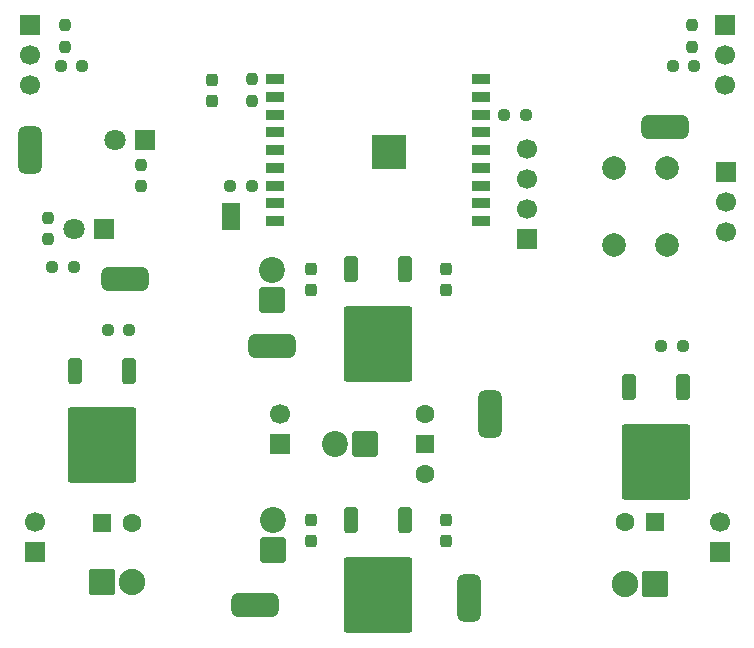
<source format=gbr>
%TF.GenerationSoftware,KiCad,Pcbnew,9.0.4*%
%TF.CreationDate,2025-09-17T16:18:14+09:00*%
%TF.ProjectId,ltr,6c74722e-6b69-4636-9164-5f7063625858,rev?*%
%TF.SameCoordinates,Original*%
%TF.FileFunction,Soldermask,Top*%
%TF.FilePolarity,Negative*%
%FSLAX46Y46*%
G04 Gerber Fmt 4.6, Leading zero omitted, Abs format (unit mm)*
G04 Created by KiCad (PCBNEW 9.0.4) date 2025-09-17 16:18:14*
%MOMM*%
%LPD*%
G01*
G04 APERTURE LIST*
G04 Aperture macros list*
%AMRoundRect*
0 Rectangle with rounded corners*
0 $1 Rounding radius*
0 $2 $3 $4 $5 $6 $7 $8 $9 X,Y pos of 4 corners*
0 Add a 4 corners polygon primitive as box body*
4,1,4,$2,$3,$4,$5,$6,$7,$8,$9,$2,$3,0*
0 Add four circle primitives for the rounded corners*
1,1,$1+$1,$2,$3*
1,1,$1+$1,$4,$5*
1,1,$1+$1,$6,$7*
1,1,$1+$1,$8,$9*
0 Add four rect primitives between the rounded corners*
20,1,$1+$1,$2,$3,$4,$5,0*
20,1,$1+$1,$4,$5,$6,$7,0*
20,1,$1+$1,$6,$7,$8,$9,0*
20,1,$1+$1,$8,$9,$2,$3,0*%
G04 Aperture macros list end*
%ADD10RoundRect,0.500000X-1.500000X0.500000X-1.500000X-0.500000X1.500000X-0.500000X1.500000X0.500000X0*%
%ADD11RoundRect,0.500000X-0.500000X-1.500000X0.500000X-1.500000X0.500000X1.500000X-0.500000X1.500000X0*%
%ADD12RoundRect,0.237500X-0.237500X0.300000X-0.237500X-0.300000X0.237500X-0.300000X0.237500X0.300000X0*%
%ADD13RoundRect,0.249999X0.850001X-0.850001X0.850001X0.850001X-0.850001X0.850001X-0.850001X-0.850001X0*%
%ADD14C,2.200000*%
%ADD15RoundRect,0.237500X-0.237500X0.250000X-0.237500X-0.250000X0.237500X-0.250000X0.237500X0.250000X0*%
%ADD16RoundRect,0.237500X-0.250000X-0.237500X0.250000X-0.237500X0.250000X0.237500X-0.250000X0.237500X0*%
%ADD17R,1.700000X1.700000*%
%ADD18C,1.700000*%
%ADD19R,1.800000X1.800000*%
%ADD20C,1.800000*%
%ADD21RoundRect,0.237500X0.250000X0.237500X-0.250000X0.237500X-0.250000X-0.237500X0.250000X-0.237500X0*%
%ADD22RoundRect,0.250000X-0.350000X0.850000X-0.350000X-0.850000X0.350000X-0.850000X0.350000X0.850000X0*%
%ADD23RoundRect,0.249997X-2.650003X2.950003X-2.650003X-2.950003X2.650003X-2.950003X2.650003X2.950003X0*%
%ADD24R,1.500000X0.900000*%
%ADD25C,0.600000*%
%ADD26R,2.900000X2.900000*%
%ADD27RoundRect,0.237500X0.237500X-0.250000X0.237500X0.250000X-0.237500X0.250000X-0.237500X-0.250000X0*%
%ADD28RoundRect,0.250000X-0.870000X-0.870000X0.870000X-0.870000X0.870000X0.870000X-0.870000X0.870000X0*%
%ADD29C,2.240000*%
%ADD30R,1.500000X1.500000*%
%ADD31C,1.600000*%
%ADD32RoundRect,0.249999X0.850001X0.850001X-0.850001X0.850001X-0.850001X-0.850001X0.850001X-0.850001X0*%
%ADD33RoundRect,0.250000X0.550000X0.550000X-0.550000X0.550000X-0.550000X-0.550000X0.550000X-0.550000X0*%
%ADD34RoundRect,0.250000X0.870000X0.870000X-0.870000X0.870000X-0.870000X-0.870000X0.870000X-0.870000X0*%
%ADD35R,1.500000X1.000000*%
%ADD36RoundRect,0.250000X-0.550000X-0.550000X0.550000X-0.550000X0.550000X0.550000X-0.550000X0.550000X0*%
%ADD37C,2.000000*%
%ADD38RoundRect,0.237500X0.237500X-0.300000X0.237500X0.300000X-0.237500X0.300000X-0.237500X-0.300000X0*%
G04 APERTURE END LIST*
%TO.C,JP1*%
G36*
X18800000Y-19850000D02*
G01*
X20300000Y-19850000D01*
X20300000Y-19550000D01*
X18800000Y-19550000D01*
X18800000Y-19850000D01*
G37*
%TD*%
D10*
%TO.C,J14*%
X56300000Y-12175000D03*
%TD*%
D11*
%TO.C,J13*%
X2525000Y-14125000D03*
%TD*%
D12*
%TO.C,C1*%
X37800000Y-45450000D03*
X37800000Y-47175000D03*
%TD*%
D13*
%TO.C,D7*%
X23100000Y-47990000D03*
D14*
X23100000Y-45450000D03*
%TD*%
D12*
%TO.C,C2*%
X26350000Y-45450000D03*
X26350000Y-47175000D03*
%TD*%
D15*
%TO.C,R7*%
X21350000Y-8100000D03*
X21350000Y-9925000D03*
%TD*%
D16*
%TO.C,R4*%
X56950000Y-6950000D03*
X58775000Y-6950000D03*
%TD*%
D10*
%TO.C,J12*%
X23050000Y-30725000D03*
%TD*%
D17*
%TO.C,J3*%
X3000000Y-48140000D03*
D18*
X3000000Y-45600000D03*
%TD*%
D10*
%TO.C,J10*%
X10550000Y-25050000D03*
%TD*%
D19*
%TO.C,Q3*%
X8770000Y-20755000D03*
D20*
X6230000Y-20755000D03*
%TD*%
D15*
%TO.C,R10*%
X11925000Y-15325000D03*
X11925000Y-17150000D03*
%TD*%
D17*
%TO.C,J1*%
X2575000Y-3525000D03*
D18*
X2575000Y-6065000D03*
X2575000Y-8605000D03*
%TD*%
D21*
%TO.C,R8*%
X6230000Y-24030000D03*
X4405000Y-24030000D03*
%TD*%
D22*
%TO.C,Q2*%
X57800000Y-34200000D03*
D23*
X55520000Y-40500000D03*
D22*
X53240000Y-34200000D03*
%TD*%
D24*
%TO.C,U2*%
X23250000Y-8100000D03*
X23250000Y-9600000D03*
X23250000Y-11100000D03*
X23250000Y-12600000D03*
X23250000Y-14100000D03*
X23250000Y-15600000D03*
X23250000Y-17100000D03*
X23250000Y-18600000D03*
X23250000Y-20100000D03*
X40750000Y-20100000D03*
X40750000Y-18600000D03*
X40750000Y-17100000D03*
X40750000Y-15600000D03*
X40750000Y-14100000D03*
X40750000Y-12600000D03*
X40750000Y-11100000D03*
X40750000Y-9600000D03*
X40750000Y-8100000D03*
D25*
X31860000Y-13750000D03*
X31860000Y-14850000D03*
X32410000Y-13200000D03*
X32410000Y-14300000D03*
X32410000Y-15400000D03*
X32960000Y-13750000D03*
D26*
X32960000Y-14300000D03*
D25*
X32960000Y-14850000D03*
X33510000Y-13200000D03*
X33510000Y-14300000D03*
X33510000Y-15400000D03*
X34060000Y-13750000D03*
X34060000Y-14850000D03*
%TD*%
D17*
%TO.C,J4*%
X61000000Y-48090000D03*
D18*
X61000000Y-45550000D03*
%TD*%
D22*
%TO.C,U1*%
X34280000Y-45450000D03*
D23*
X32000000Y-51750000D03*
D22*
X29720000Y-45450000D03*
%TD*%
D27*
%TO.C,R9*%
X4105000Y-21667500D03*
X4105000Y-19842500D03*
%TD*%
D28*
%TO.C,D1*%
X8660000Y-50700000D03*
D29*
X11200000Y-50700000D03*
%TD*%
D21*
%TO.C,R11*%
X10950000Y-29300000D03*
X9125000Y-29300000D03*
%TD*%
D30*
%TO.C,SW1*%
X36000000Y-39000000D03*
D31*
X36000000Y-36460000D03*
X36000000Y-41540000D03*
%TD*%
D17*
%TO.C,J11*%
X61450000Y-15975000D03*
D18*
X61450000Y-18515000D03*
X61450000Y-21055000D03*
%TD*%
D21*
%TO.C,R2*%
X6975000Y-6975000D03*
X5150000Y-6975000D03*
%TD*%
D12*
%TO.C,C4*%
X37760000Y-24210000D03*
X37760000Y-25935000D03*
%TD*%
D11*
%TO.C,J7*%
X39750000Y-52000000D03*
%TD*%
D22*
%TO.C,U3*%
X34280000Y-24200000D03*
D23*
X32000000Y-30500000D03*
D22*
X29720000Y-24200000D03*
%TD*%
D32*
%TO.C,D5*%
X30930000Y-39000000D03*
D14*
X28390000Y-39000000D03*
%TD*%
D33*
%TO.C,D4*%
X55500000Y-45600000D03*
D31*
X52960000Y-45600000D03*
%TD*%
D10*
%TO.C,J9*%
X21575000Y-52575000D03*
%TD*%
D34*
%TO.C,D3*%
X55490000Y-50850000D03*
D29*
X52950000Y-50850000D03*
%TD*%
D35*
%TO.C,JP1*%
X19550000Y-20350000D03*
X19550000Y-19050000D03*
%TD*%
D27*
%TO.C,R3*%
X58625000Y-5350000D03*
X58625000Y-3525000D03*
%TD*%
D16*
%TO.C,R6*%
X19475000Y-17100000D03*
X21300000Y-17100000D03*
%TD*%
D12*
%TO.C,C5*%
X26360000Y-24210000D03*
X26360000Y-25935000D03*
%TD*%
D36*
%TO.C,D2*%
X8650000Y-45650000D03*
D31*
X11190000Y-45650000D03*
%TD*%
D27*
%TO.C,R1*%
X5475000Y-5350000D03*
X5475000Y-3525000D03*
%TD*%
D19*
%TO.C,D8*%
X12275000Y-13205000D03*
D20*
X9735000Y-13205000D03*
%TD*%
D37*
%TO.C,SW2*%
X51950000Y-22150000D03*
X51950000Y-15650000D03*
X56450000Y-22150000D03*
X56450000Y-15650000D03*
%TD*%
D17*
%TO.C,J5*%
X23750000Y-38975000D03*
D18*
X23750000Y-36435000D03*
%TD*%
D11*
%TO.C,J8*%
X41450000Y-36475000D03*
%TD*%
D21*
%TO.C,R12*%
X57800000Y-30650000D03*
X55975000Y-30650000D03*
%TD*%
D13*
%TO.C,D6*%
X23025000Y-26765000D03*
D14*
X23025000Y-24225000D03*
%TD*%
D22*
%TO.C,Q1*%
X10930000Y-32800000D03*
D23*
X8650000Y-39100000D03*
D22*
X6370000Y-32800000D03*
%TD*%
D17*
%TO.C,J6*%
X44600000Y-21660000D03*
D18*
X44600000Y-19120000D03*
X44600000Y-16580000D03*
X44600000Y-14040000D03*
%TD*%
D38*
%TO.C,C3*%
X17950000Y-9925000D03*
X17950000Y-8200000D03*
%TD*%
D21*
%TO.C,R5*%
X44525000Y-11100000D03*
X42700000Y-11100000D03*
%TD*%
D17*
%TO.C,J2*%
X61425000Y-3525000D03*
D18*
X61425000Y-6065000D03*
X61425000Y-8605000D03*
%TD*%
M02*

</source>
